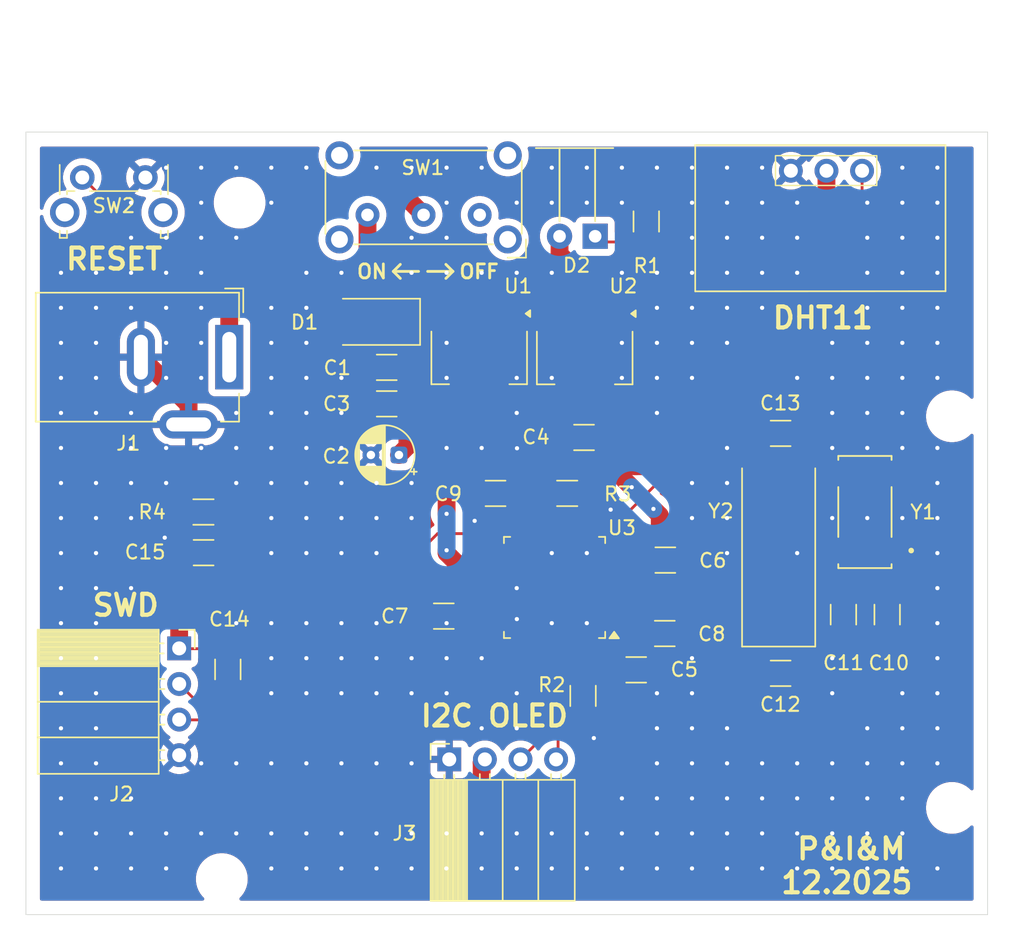
<source format=kicad_pcb>
(kicad_pcb (version 20241229) (generator "pcbnew") (generator_version "9.0")
  (layers (0 "F.Cu" signal) (2 "B.Cu" signal) (13 "F.Paste" user) (15 "B.Paste" user) (5 "F.SilkS" user "F.Silkscreen") (7 "B.SilkS" user "B.Silkscreen") (1 "F.Mask" user) (3 "B.Mask" user) (25 "Edge.Cuts" user))
  (net 0 "")
  (net 1 "GND")
  (net 2 "Net-(D1-K)")
  (net 3 "/Power/5V")
  (net 4 "/Microcontroller with OLED and DHT11/3.3V")
  (net 5 "/Microcontroller with OLED and DHT11/PC14")
  (net 6 "/Microcontroller with OLED and DHT11/PC15")
  (net 7 "/Microcontroller with OLED and DHT11/OSC_IN")
  (net 8 "/Microcontroller with OLED and DHT11/OSC_OUT")
  (net 9 "/Microcontroller with OLED and DHT11/NRST")
  (net 10 "Net-(D1-A)")
  (net 11 "Net-(D2-K)")
  (net 12 "/Power/V_IN")
  (net 13 "/Microcontroller with OLED and DHT11/SWDIO")
  (net 14 "/Microcontroller with OLED and DHT11/SWDCLK")
  (net 15 "/Microcontroller with OLED and DHT11/SDA")
  (net 45 "/Microcontroller with OLED and DHT11/SCL")
  (net 46 "/Microcontroller with OLED and DHT11/DHT11_DATA")
  (net 47 "/Microcontroller with OLED and DHT11/BOOT0")
  (net 48 "/Microcontroller with OLED and DHT11/BOOT1")
  (footprint "Package_QFP:LQFP-48_7x7mm_P0.5mm" (layer "F.Cu") (at 67.7 72.4525 180)
    (property "Reference" "U3")
    (property "Value" "STM32F103C8T6")
  )
  (footprint "Connector_PinSocket_2.54mm:PinSocket_1x04_P2.54mm_Horizontal" (layer "F.Cu") (at 40.93 76.8)
    (property "Reference" "J2")
    (property "Value" "SWD sockets")
  )
  (footprint "Capacitor_SMD:C_1206_3216Metric" (layer "F.Cu") (at 69.8 61.75 180)
    (property "Reference" "C4")
    (property "Value" "100nF")
  )
  (footprint "Capacitor_SMD:C_1206_3216Metric" (layer "F.Cu") (at 91.42 74.39 -90)
    (property "Reference" "C10")
    (property "Value" "20pF")
  )
  (footprint "Package_TO_SOT_SMD:SOT-223-3_TabPin2" (layer "F.Cu") (at 62.325 56.0425 -90)
    (property "Reference" "U1")
    (property "Value" "AMS1117-5.0")
  )
  (footprint "Package_TO_SOT_SMD:SOT-223-3_TabPin2" (layer "F.Cu") (at 69.85 56.05 -90)
    (property "Reference" "U2")
    (property "Value" "AMS1117-3.3")
  )
  (footprint "MountingHole:MountingHole_3.2mm_M3" (layer "F.Cu") (at 45.24 45)
    (property "Reference" "H1" (hide yes))
    (property "Value" "MountingHole")
  )
  (footprint "MountingHole:MountingHole_3.2mm_M3" (layer "F.Cu") (at 43.97 93.26)
    (property "Reference" "H4" (hide yes))
    (property "Value" "MountingHole")
  )
  (footprint "Connector_PinSocket_2.54mm:PinSocket_1x04_P2.54mm_Horizontal" (layer "F.Cu") (at 60.19 84.72 90)
    (property "Reference" "J3")
    (property "Value" "SSD1306 OLED sockets")
  )
  (footprint "Capacitor_SMD:C_1206_3216Metric" (layer "F.Cu") (at 42.67 69.97 180)
    (property "Reference" "C15")
    (property "Value" "100nF")
  )
  (footprint "Resistor_SMD:R_1206_3216Metric" (layer "F.Cu") (at 74.24 46.34 90)
    (property "Reference" "R1")
    (property "Value" "470")
  )
  (footprint "DHT11 sensor:DHT11" (layer "F.Cu") (at 80.68 44.77 -90)
    (property "Reference" "J4" (hide yes))
    (property "Value" "DHT11 sockets" (hide yes))
  )
  (footprint "Capacitor_THT:CP_Radial_D4.0mm_P2.00mm" (layer "F.Cu") (at 56.6026 63 180)
    (property "Reference" "C2")
    (property "Value" "100uF")
  )
  (footprint "Resistor_SMD:R_1206_3216Metric" (layer "F.Cu") (at 68.6 65.74)
    (property "Reference" "R3")
    (property "Value" "100k")
  )
  (footprint "Capacitor_SMD:C_1206_3216Metric" (layer "F.Cu") (at 59.8 74.5 180)
    (property "Reference" "C7")
    (property "Value" "100nF")
  )
  (footprint "Resistor_SMD:R_1206_3216Metric" (layer "F.Cu") (at 69.73 80.19 -90)
    (property "Reference" "R2")
    (property "Value" "100k")
  )
  (footprint "Resistor_SMD:R_1206_3216Metric" (layer "F.Cu") (at 42.66 67.07)
    (property "Reference" "R4")
    (property "Value" "10k")
  )
  (footprint "Capacitor_SMD:C_1206_3216Metric" (layer "F.Cu") (at 83.82 61.46 180)
    (property "Reference" "C13")
    (property "Value" "20pF")
  )
  (footprint "Connector_BarrelJack:BarrelJack_GCT_DCJ200-10-A_Horizontal" (layer "F.Cu") (at 44.5 56.02 -90)
    (property "Reference" "J1")
    (property "Value" "DC adapter input")
  )
  (footprint "Blue Pill 32.768kHz 4 pin oscillator:XTAL_MC-306_32.7680K-G0_ROHS" (layer "F.Cu") (at 89.8325 67.07 180)
    (property "Reference" "Y1")
    (property "Value" "32.768kHz")
  )
  (footprint "Capacitor_SMD:C_1206_3216Metric" (layer "F.Cu") (at 55.73 59.35 180)
    (property "Reference" "C3")
    (property "Value" "100nF")
  )
  (footprint "Capacitor_SMD:C_1206_3216Metric" (layer "F.Cu") (at 75.6 70.5)
    (property "Reference" "C6")
    (property "Value" "100nF")
  )
  (footprint "Capacitor_SMD:C_1206_3216Metric" (layer "F.Cu") (at 55.73 56.75 180)
    (property "Reference" "C1")
    (property "Value" "100nF")
  )
  (footprint "Diode_SMD:D_SMA" (layer "F.Cu") (at 54.6 53.5 180)
    (property "Reference" "D1")
    (property "Value" "1N4007")
  )
  (footprint "MountingHole:MountingHole_3.2mm_M3" (layer "F.Cu") (at 96.04 88.18)
    (property "Reference" "H3" (hide yes))
    (property "Value" "MountingHole")
  )
  (footprint "Capacitor_SMD:C_1206_3216Metric" (layer "F.Cu") (at 83.82 78.58 180)
    (property "Reference" "C12")
    (property "Value" "20pF")
  )
  (footprint "Capacitor_SMD:C_1206_3216Metric" (layer "F.Cu") (at 75.56 75.74)
    (property "Reference" "C8")
    (property "Value" "100nF")
  )
  (footprint "Capacitor_SMD:C_1206_3216Metric" (layer "F.Cu") (at 63.49 65.7425 180)
    (property "Reference" "C9")
    (property "Value" "100nF")
  )
  (footprint "Crystal:Crystal_SMD_HC49-SD" (layer "F.Cu") (at 83.68 69.91 90)
    (property "Reference" "Y2")
    (property "Value" "8MHz")
  )
  (footprint "Capacitor_SMD:C_1206_3216Metric" (layer "F.Cu") (at 73.52 78.33)
    (property "Reference" "C5")
    (property "Value" "100nF")
  )
  (footprint "Button_Switch_THT:SW_E-Switch_EG1224_SPDT_Angled" (layer "F.Cu") (at 62.36 45.87 180)
    (property "Reference" "SW1")
    (property "Value" "Power ON switch")
  )
  (footprint "LED_THT:LED_D5.0mm_Horizontal_O6.35mm_Z3.0mm" (layer "F.Cu") (at 70.595 47.395 180)
    (property "Reference" "D2")
    (property "Value" "LED")
  )
  (footprint "Button_Switch_THT:SW_Tactile_SPST_Angled_PTS645Vx83-2LFS" (layer "F.Cu") (at 34.02 43.2)
    (property "Reference" "SW2")
    (property "Value" "Reset switch" (hide yes))
  )
  (footprint "Capacitor_SMD:C_1206_3216Metric" (layer "F.Cu") (at 88.3 74.39 -90)
    (property "Reference" "C11")
    (property "Value" "20pF")
  )
  (footprint "Capacitor_SMD:C_1206_3216Metric" (layer "F.Cu") (at 44.4 78.3 -90)
    (property "Reference" "C14")
    (property "Value" "100nF")
  )
  (footprint "MountingHole:MountingHole_3.2mm_M3" (layer "F.Cu") (at 96.04 60.24)
    (property "Reference" "H2" (hide yes))
    (property "Value" "MountingHole")
  )
  (gr_line (start 56.2 49.9) (end 56.7 50.4) (stroke (width 0.2)) (layer "F.SilkS"))
  (gr_line (start 56.2 49.9) (end 56.7 49.4) (stroke (width 0.1)) (layer "F.SilkS"))
  (gr_line (start 58 49.9) (end 56.2 49.9) (stroke (width 0.2)) (layer "F.SilkS"))
  (gr_line (start 59.95 49.4) (end 60.45 49.9) (stroke (width 0.2)) (layer "F.SilkS"))
  (gr_line (start 58.65 49.9) (end 60.45 49.9) (stroke (width 0.2)) (layer "F.SilkS"))
  (gr_line (start 56.7 49.4) (end 56.2 49.9) (stroke (width 0.2)) (layer "F.SilkS"))
  (gr_line (start 60.45 49.9) (end 59.95 50.4) (stroke (width 0.2)) (layer "F.SilkS"))
  (gr_line (start 98.58 95.8) (end 98.58 39.96) (stroke (width 0.05)) (layer "Edge.Cuts"))
  (gr_line (start 30 95.8) (end 30 39.96) (stroke (width 0.05)) (layer "Edge.Cuts"))
  (gr_line (start 30 95.8) (end 98.58 95.8) (stroke (width 0.05)) (layer "Edge.Cuts"))
  (gr_line (start 30 39.96) (end 98.58 39.96) (stroke (width 0.05)) (layer "Edge.Cuts"))
  (gr_text "OFF" (at 60.8 50.5 0) (layer "F.SilkS") (effects (font (size 1 1) (thickness 0.2) (bold yes)) (justify left bottom)))
  (gr_text "I2C OLED\n" (at 58 82.5 0) (layer "F.SilkS") (effects (font (size 1.5 1.5) (thickness 0.3) (bold yes)) (justify left bottom)))
  (gr_text "RESET" (at 32.7 49.9 0) (layer "F.SilkS") (effects (font (size 1.5 1.5) (thickness 0.3) (bold yes)) (justify left bottom)))
  (gr_text "SWD\n" (at 34.6 74.6 0) (layer "F.SilkS") (effects (font (size 1.5 1.5) (thickness 0.3)) (justify left bottom)))
  (gr_text " P&I&M\n12.2025" (at 83.7 94.4 0) (layer "F.SilkS") (effects (font (size 1.5 1.5) (thickness 0.3)) (justify left bottom)))
  (gr_text "ON\n" (at 53.5 50.5 0) (layer "F.SilkS") (effects (font (size 1 1) (thickness 0.2) (bold yes)) (justify left bottom)))
  (segment (start 67.5 70) (end 66.1 70) (width 0.2) (layer "F.Cu") (net 1))
  (segment (start 40.97 69.97) (end 39.9 68.9) (width 0.2) (layer "F.Cu") (net 1))
  (segment (start 63.5375 74.7025) (end 65.0025 74.7025) (width 0.2) (layer "F.Cu") (net 1))
  (segment (start 41.195 69.97) (end 40.97 69.97) (width 0.2) (layer "F.Cu") (net 1))
  (segment (start 62.015 65.7425) (end 62.015 67.685) (width 0.2) (layer "F.Cu") (net 1))
  (segment (start 70 70.9) (end 70.8025 71.7025) (width 0.2) (layer "F.Cu") (net 1))
  (segment (start 66.1 70) (end 65.45 69.35) (width 0.2) (layer "F.Cu") (net 1))
  (segment (start 41.6 59.42) (end 40.485 58.305) (width 1.27) (layer "F.Cu") (net 1))
  (segment (start 69.95 75.05) (end 70 75) (width 0.2) (layer "F.Cu") (net 1))
  (segment (start 70.0625 65.74) (end 70.64 65.74) (width 0.2) (layer "F.Cu") (net 1))
  (segment (start 41.6 60.82) (end 41.6 59.42) (width 1.27) (layer "F.Cu") (net 1))
  (segment (start 40.485 58.305) (end 38.2 56.02) (width 1.27) (layer "F.Cu") (net 1))
  (segment (start 72.005 52.395) (end 72.005 52.7825) (width 0.2) (layer "F.Cu") (net 1))
  (segment (start 70.5 83.2) (end 69.73 82.43) (width 0.2) (layer "F.Cu") (net 1))
  (segment (start 69.95 76.615) (end 69.95 75.05) (width 0.2) (layer "F.Cu") (net 1))
  (segment (start 70.64 65.74) (end 71.7 66.8) (width 0.2) (layer "F.Cu") (net 1))
  (segment (start 70.8025 71.7025) (end 71.8625 71.7025) (width 0.2) (layer "F.Cu") (net 1))
  (segment (start 71.7 66.8) (end 71.7 66.9) (width 0.2) (layer "F.Cu") (net 1))
  (segment (start 65.45 69.35) (end 65.45 68.29) (width 0.2) (layer "F.Cu") (net 1))
  (segment (start 41.1975 69.9675) (end 41.195 69.97) (width 0.2) (layer "F.Cu") (net 1))
  (segment (start 70 70) (end 70 70.9) (width 0.2) (layer "F.Cu") (net 1))
  (segment (start 69.73 82.43) (end 69.73 81.6525) (width 0.2) (layer "F.Cu") (net 1))
  (segment (start 62.015 67.685) (end 62 67.7) (width 0.2) (layer "F.Cu") (net 1))
  (segment (start 65.0025 74.7025) (end 65.01 74.71) (width 0.2) (layer "F.Cu") (net 1))
  (segment (start 72.005 52.369886) (end 72.005 52.7825) (width 1.27) (layer "F.Cu") (net 1))
  (via (at 37.5 50) (size 0.6) (drill 0.3) (layers "F.Cu" "B.Cu") (net 1))
  (via (at 47.5 52.5) (size 0.6) (drill 0.3) (layers "F.Cu" "B.Cu") (net 1))
  (via (at 57.5 67.5) (size 0.6) (drill 0.3) (layers "F.Cu" "B.Cu") (net 1))
  (via (at 77.5 67.5) (size 0.6) (drill 0.3) (layers "F.Cu" "B.Cu") (net 1))
  (via (at 32.5 75) (size 0.6) (drill 0.3) (layers "F.Cu" "B.Cu") (net 1))
  (via (at 39.9 68.9) (size 0.6) (drill 0.3) (layers "F.Cu" "B.Cu") (net 1))
  (via (at 70 45) (size 0.6) (drill 0.3) (layers "F.Cu" "B.Cu") (net 1))
  (via (at 55 85) (size 0.6) (drill 0.3) (layers "F.Cu" "B.Cu") (net 1))
  (via (at 57.5 85) (size 0.6) (drill 0.3) (layers "F.Cu" "B.Cu") (net 1))
  (via (at 90 90) (size 0.6) (drill 0.3) (layers "F.Cu" "B.Cu") (net 1))
  (via (at 35 57.5) (size 0.6) (drill 0.3) (layers "F.Cu" "B.Cu") (net 1))
  (via (at 50 80) (size 0.6) (drill 0.3) (layers "F.Cu" "B.Cu") (net 1))
  (via (at 55 67.5) (size 0.6) (drill 0.3) (layers "F.Cu" "B.Cu") (net 1))
  (via (at 55 77.5) (size 0.6) (drill 0.3) (layers "F.Cu" "B.Cu") (net 1))
  (via (at 77.5 57.5) (size 0.6) (drill 0.3) (layers "F.Cu" "B.Cu") (net 1))
  (via (at 82.5 90) (size 0.6) (drill 0.3) (layers "F.Cu" "B.Cu") (net 1))
  (via (at 65 45) (size 0.6) (drill 0.3) (layers "F.Cu" "B.Cu") (net 1))
  (via (at 32.5 65) (size 0.6) (drill 0.3) (layers "F.Cu" "B.Cu") (net 1))
  (via (at 90 87.5) (size 0.6) (drill 0.3) (layers "F.Cu" "B.Cu") (net 1))
  (via (at 85 85) (size 0.6) (drill 0.3) (layers "F.Cu" "B.Cu") (net 1))
  (via (at 77.5 82.5) (size 0.6) (drill 0.3) (layers "F.Cu" "B.Cu") (net 1))
  (via (at 42.5 57.5) (size 0.6) (drill 0.3) (layers "F.Cu" "B.Cu") (net 1))
  (via (at 42.5 47.5) (size 0.6) (drill 0.3) (layers "F.Cu" "B.Cu") (net 1))
  (via (at 55 42.5) (size 0.6) (drill 0.3) (layers "F.Cu" "B.Cu") (net 1))
  (via (at 37.5 72.5) (size 0.6) (drill 0.3) (layers "F.Cu" "B.Cu") (net 1))
  (via (at 62.5 42.5) (size 0.6) (drill 0.3) (layers "F.Cu" "B.Cu") (net 1))
  (via (at 85 50) (size 0.6) (drill 0.3) (layers "F.Cu" "B.Cu") (net 1))
  (via (at 47.5 60) (size 0.6) (drill 0.3) (layers "F.Cu" "B.Cu") (net 1))
  (via (at 92.5 90) (size 0.6) (drill 0.3) (layers "F.Cu" "B.Cu") (net 1))
  (via (at 65 82.5) (size 0.6) (drill 0.3) (layers "F.Cu" "B.Cu") (net 1))
  (via (at 92.5 57.5) (size 0.6) (drill 0.3) (layers "F.Cu" "B.Cu") (net 1))
  (via (at 47.5 75) (size 0.6) (drill 0.3) (layers "F.Cu" "B.Cu") (net 1))
  (via (at 35 60) (size 0.6) (drill 0.3) (layers "F.Cu" "B.Cu") (net 1))
  (via (at 71.7 66.9) (size 0.6) (drill 0.3) (layers "F.Cu" "B.Cu") (net 1))
  (via (at 80 67.5) (size 0.6) (drill 0.3) (layers "F.Cu" "B.Cu") (net 1))
  (via (at 47.5 42.5) (size 0.6) (drill 0.3) (layers "F.Cu" "B.Cu") (net 1))
  (via (at 92.5 67.5) (size 0.6) (drill 0.3) (layers "F.Cu" "B.Cu") (net 1))
  (via (at 59.984796 92.5) (size 0.6) (drill 0.3) (layers "F.Cu" "B.Cu") (net 1))
  (via (at 95 72.5) (size 0.6) (drill 0.3) (layers "F.Cu" "B.Cu") (net 1))
  (via (at 57.5 77.5) (size 0.6) (drill 0.3) (layers "F.Cu" "B.Cu") (net 1))
  (via (at 42.5 90) (size 0.6) (drill 0.3) (layers "F.Cu" "B.Cu") (net 1))
  (via (at 32.5 52.5) (size 0.6) (drill 0.3) (layers "F.Cu" "B.Cu") (net 1))
  (via (at 65 92.5) (size 0.6) (drill 0.3) (layers "F.Cu" "B.Cu") (net 1))
  (via (at 52.5 85) (size 0.6) (drill 0.3) (layers "F.Cu" "B.Cu") (net 1))
  (via (at 75 82.5) (size 0.6) (drill 0.3) (layers "F.Cu" "B.Cu") (net 1))
  (via (at 92.5 82.5) (size 0.6) (drill 0.3) (layers "F.Cu" "B.Cu") (net 1))
  (via (at 92.5 85) (size 0.6) (drill 0.3) (layers "F.Cu" "B.Cu") (net 1))
  (via (at 77.5 52.5) (size 0.6) (drill 0.3) (layers "F.Cu" "B.Cu") (net 1))
  (via (at 57.5 80) (size 0.6) (drill 0.3) (layers "F.Cu" "B.Cu") (net 1))
  (via (at 35 80) (size 0.6) (drill 0.3) (layers "F.Cu" "B.Cu") (net 1))
  (via (at 37.5 67.5) (size 0.6) (drill 0.3) (layers "F.Cu" "B.Cu") (net 1))
  (via (at 47.5 57.5) (size 0.6) (drill 0.3) (layers "F.Cu" "B.Cu") (net 1))
  (via (at 60 77.5) (size 0.6) (drill 0.3) (layers "F.Cu" "B.Cu") (net 1))
  (via (at 47.5 65) (size 0.6) (drill 0.3) (layers "F.Cu" "B.Cu") (net 1))
  (via (at 37.5 45) (size 0.6) (drill 0.3) (layers "F.Cu" "B.Cu") (net 1))
  (via (at 90 82.5) (size 0.6) (drill 0.3) (layers "F.Cu" "B.Cu") (net 1))
  (via (at 95 55) (size 0.6) (drill 0.3) (layers "F.Cu" "B.Cu") (net 1))
  (via (at 72.5 55) (size 0.6) (drill 0.3) (layers "F.Cu" "B.Cu") (net 1))
  (via (at 45 62.5) (size 0.6) (drill 0.3) (layers "F.Cu" "B.Cu") (net 1))
  (via (at 60 57.5) (size 0.6) (drill 0.3) (layers "F.Cu" "B.Cu") (net 1))
  (via (at 57.5 47.5) (size 0.6) (drill 0.3) (layers "F.Cu" "B.Cu") (net 1))
  (via (at 82.5 52.5) (size 0.6) (drill 0.3) (layers "F.Cu" "B.Cu") (net 1))
  (via (at 90 57.5) (size 0.6) (drill 0.3) (layers "F.Cu" "B.Cu") (net 1))
  (via (at 80 65) (size 0.6) (drill 0.3) (layers "F.Cu" "B.Cu") (net 1))
  (via (at 40 42.5) (size 0.6) (drill 0.3) (layers "F.Cu" "B.Cu") (net 1))
  (via (at 90 85) (size 0.6) (drill 0.3) (layers "F.Cu" "B.Cu") (net 1))
  (via (at 50 85) (size 0.6) (drill 0.3) (layers "F.Cu" "B.Cu") (net 1))
  (via (at 45 65) (size 0.6) (drill 0.3) (layers "F.Cu" "B.Cu") (net 1))
  (via (at 47.5 80) (size 0.6) (drill 0.3) (layers "F.Cu" "B.Cu") (net 1))
  (via (at 75 80) (size 0.6) (drill 0.3) (layers "F.Cu" "B.Cu") (net 1))
  (via (at 52.5 67.5) (size 0.6) (drill 0.3) (layers "F.Cu" "B.Cu") (net 1))
  (via (at 87.5 77.5) (size 0.6) (drill 0.3) (layers "F.Cu" "B.Cu") (net 1))
  (via (at 95 42.5) (size 0.6) (drill 0.3) (layers "F.Cu" "B.Cu") (net 1))
  (via (at 42.5 52.5) (size 0.6) (drill 0.3) (layers "F.Cu" "B.Cu") (net 1))
  (via (at 57.5 50) (size 0.6) (drill 0.3) (layers "F.Cu" "B.Cu") (net 1))
  (via (at 80 85) (size 0.6) (drill 0.3) (layers "F.Cu" "B.Cu") (net 1))
  (via (at 90 62.5) (size 0.6) (drill 0.3) (layers "F.Cu" "B.Cu") (net 1))
  (via (at 80 55) (size 0.6) (drill 0.3) (layers "F.Cu" "B.Cu") (net 1))
  (via (at 90 67.5) (size 0.6) (drill 0.3) (layers "F.Cu" "B.Cu") (net 1))
  (via (at 50 90) (size 0.6) (drill 0.3) (layers "F.Cu" "B.Cu") (net 1))
  (via (at 60 80) (size 0.6) (drill 0.3) (layers "F.Cu" "B.Cu") (net 1))
  (via (at 40 92.5) (size 0.6) (drill 0.3) (layers "F.Cu" "B.Cu") (net 1))
  (via (at 80 90) (size 0.6) (drill 0.3) (layers "F.Cu" "B.Cu") (net 1))
  (via (at 95 50) (size 0.6) (drill 0.3) (layers "F.Cu" "B.Cu") (net 1))
  (via (at 50 92.5) (size 0.6) (drill 0.3) (layers "F.Cu" "B.Cu") (net 1))
  (via (at 50 75) (size 0.6) (drill 0.3) (layers "F.Cu" "B.Cu") (net 1))
  (via (at 82.5 45) (size 0.6) (drill 0.3) (layers "F.Cu" "B.Cu") (net 1))
  (via (at 32.5 80) (size 0.6) (drill 0.3) (layers "F.Cu" "B.Cu") (net 1))
  (via (at 82.5 47.5) (size 0.6) (drill 0.3) (layers "F.Cu" "B.Cu") (net 1))
  (via (at 50 55) (size 0.6) (drill 0.3) (layers "F.Cu" "B.Cu") (net 1))
  (via (at 92.5 50) (size 0.6) (drill 0.3) (layers "F.Cu" "B.Cu") (net 1))
  (via (at 95 92.5) (size 0.6) (drill 0.3) (layers "F.Cu" "B.Cu") (net 1))
  (via (at 57.5 42.5) (size 0.6) (drill 0.3) (layers "F.Cu" "B.Cu") (net 1))
  (via (at 92.5 52.5) (size 0.6) (drill 0.3) (layers "F.Cu" "B.Cu") (net 1))
  (via (at 75 87.5) (size 0.6) (drill 0.3) (layers "F.Cu" "B.Cu") (net 1))
  (via (at 82.5 87.5) (size 0.6) (drill 0.3) (layers "F.Cu" "B.Cu") (net 1))
  (via (at 50 60) (size 0.6) (drill 0.3) (layers "F.Cu" "B.Cu") (net 1))
  (via (at 60 47.5) (size 0.6) (drill 0.3) (layers "F.Cu" "B.Cu") (net 1))
  (via (at 65.01 74.71) (size 0.6) (drill 0.3) (layers "F.Cu" "B.Cu") (net 1))
  (via (at 95 85) (size 0.6) (drill 0.3) (layers "F.Cu" "B.Cu") (net 1))
  (via (at 65.021054 62.521054) (size 0.6) (drill 0.3) (layers "F.Cu" "B.Cu") (net 1))
  (via (at 35 77.5) (size 0.6) (drill 0.3) (layers "F.Cu" "B.Cu") (net 1))
  (via (at 87.5 55) (size 0.6) (drill 0.3) (layers "F.Cu" "B.Cu") (net 1))
  (via (at 90 52.5) (size 0.6) (drill 0.3) (layers "F.Cu" "B.Cu") (net 1))
  (via (at 62.5 82.5) (size 0.6) (drill 0.3) (layers "F.Cu" "B.Cu") (net 1))
  (via (at 90 60) (size 0.6) (drill 0.3) (layers "F.Cu" "B.Cu") (net 1))
  (via (at 52.5 62.5) (size 0.6) (drill 0.3) (layers "F.Cu" "B.Cu") (net 1))
  (via (at 70 70) (size 0.6) (drill 0.3) (layers "F.Cu" "B.Cu") (net 1))
  (via (at 50 50) (size 0.6) (drill 0.3) (layers "F.Cu" "B.Cu") (net 1))
  (via (at 77.5 42.5) (size 0.6) (drill 0.3) (layers "F.Cu" "B.Cu") (net 1))
  (via (at 45 85) (size 0.6) (drill 0.3) (layers "F.Cu" "B.Cu") (net 1))
  (via (at 40 57.5) (size 0.6) (drill 0.3) (layers "F.Cu" "B.Cu") (net 1))
  (via (at 80 47.5) (size 0.6) (drill 0.3) (layers "F.Cu" "B.Cu") (net 1))
  (via (at 82.5 92.5) (size 0.6) (drill 0.3) (layers "F.Cu" "B.Cu") (net 1))
  (via (at 32.5 55) (size 0.6) (drill 0.3) (layers "F.Cu" "B.Cu") (net 1))
  (via (at 92.5 55) (size 0.6) (drill 0.3) (layers "F.Cu" "B.Cu") (net 1))
  (via (at 32.5 57.5) (size 0.6) (drill 0.3) (layers "F.Cu" "B.Cu") (net 1))
  (via (at 60 62.5) (size 0.6) (drill 0.3) (layers "F.Cu" "B.Cu") (net 1))
  (via (at 35 82.5) (size 0.6) (drill 0.3) (layers "F.Cu" "B.Cu") (net 1))
  (via (at 47.5 85) (size 0.6) (drill 0.3) (layers "F.Cu" "B.Cu") (net 1))
  (via (at 60 75) (size 0.6) (drill 0.3) (layers "F.Cu" "B.Cu") (net 1))
  (via (at 72.5 42.5) (size 0.6) (drill 0.3) (layers "F.Cu" "B.Cu") (net 1))
  (via (at 95 57.5) (size 0.6) (drill 0.3) (layers "F.Cu" "B.Cu") (net 1))
  (via (at 65 72.5) (size 0.6) (drill 0.3) (layers "F.Cu" "B.Cu") (net 1))
  (via (at 55 90) (size 0.6) (drill 0.3) (layers "F.Cu" "B.Cu") (net 1))
  (via (at 50 70) (size 0.6) (drill 0.3) (layers "F.Cu" "B.Cu") (net 1))
  (via (at 77.5 47.5) (size 0.6) (drill 0.3) (layers "F.Cu" "B.Cu") (net 1))
  (via (at 57.5 90) (size 0.6) (drill 0.3) (layers "F.Cu" "B.Cu") (net 1))
  (via (at 82.5 42.5) (size 0.6) (drill 0.3) (layers "F.Cu" "B.Cu") (net 1))
  (via (at 95 47.5) (size 0.6) (drill 0.3) (layers "F.Cu" "B.Cu") (net 1))
  (via (at 72.5 92.5) (size 0.6) (drill 0.3) (layers "F.Cu" "B.Cu") (net 1))
  (via (at 62.5 62.5) (size 0.6) (drill 0.3) (layers "F.Cu" "B.Cu") (net 1))
  (via (at 70 75) (size 0.6) (drill 0.3) (layers "F.Cu" "B.Cu") (net 1))
  (via (at 47.5 55) (size 0.6) (drill 0.3) (layers "F.Cu" "B.Cu") (net 1))
  (via (at 95 77.5) (size 0.6) (drill 0.3) (layers "F.Cu" "B.Cu") (net 1))
  (via (at 67.5 45) (size 0.6) (drill 0.3) (layers "F.Cu" "B.Cu") (net 1))
  (via (at 65 57.5) (size 0.6) (drill 0.3) (layers "F.Cu" "B.Cu") (net 1))
  (via (at 62 67.7) (size 0.6) (drill 0.3) (layers "F.Cu" "B.Cu") (net 1))
  (via (at 60 45) (size 0.6) (drill 0.3) (layers "F.Cu" "B.Cu") (net 1))
  (via (at 47.5 77.5) (size 0.6) (drill 0.3) (layers "F.Cu" "B.Cu") (net 1))
  (via (at 50 52.5) (size 0.6) (drill 0.3) (layers "F.Cu" "B.Cu") (net 1))
  (via (at 87.5 57.5) (size 0.6) (drill 0.3) (layers "F.Cu" "B.Cu") (net 1))
  (via (at 40 90) (size 0.6) (drill 0.3) (layers "F.Cu" "B.Cu") (net 1))
  (via (at 32.5 92.5) (size 0.6) (drill 0.3) (layers "F.Cu" "B.Cu") (net 1))
  (via (at 47.5 45) (size 0.6) (drill 0.3) (layers "F.Cu" "B.Cu") (net 1))
  (via (at 50 65) (size 0.6) (drill 0.3) (layers "F.Cu" "B.Cu") (net 1))
  (via (at 77.5 87.5) (size 0.6) (drill 0.3) (layers "F.Cu" "B.Cu") (net 1))
  (via (at 82.5 85) (size 0.6) (drill 0.3) (layers "F.Cu" "B.Cu") (net 1))
  (via (at 32.5 85) (size 0.6) (drill 0.3) (layers "F.Cu" "B.Cu") (net 1))
  (via (at 57.5 92.5) (size 0.6) (drill 0.3) (layers "F.Cu" "B.Cu") (net 1))
  (via (at 95 65) (size 0.6) (drill 0.3) (layers "F.Cu" "B.Cu") (net 1))
  (via (at 95 62.5) (size 0.6) (drill 0.3) (layers "F.Cu" "B.Cu") (net 1))
  (via (at 90 50) (size 0.6) (drill 0.3) (layers "F.Cu" "B.Cu") (net 1))
  (via (at 77.5 85) (size 0.6) (drill 0.3) (layers "F.Cu" "B.Cu") (net 1))
  (via (at 75 90) (size 0.6) (drill 0.3) (layers "F.Cu" "B.Cu") (net 1))
  (via (at 62.5 90) (size 0.6) (drill 0.3) (layers "F.Cu" "B.Cu") (net 1))
  (via (at 62.5 77.5) (size 0.6) (drill 0.3) (layers "F.Cu" "B.Cu") (net 1))
  (via (at 47.5 67.5) (size 0.6) (drill 0.3) (layers "F.Cu" "B.Cu") (net 1))
  (via (at 77.5 92.5) (size 0.6) (drill 0.3) (layers "F.Cu" "B.Cu") (net 1))
  (via (at 75 57.5) (size 0.6) (drill 0.3) (layers "F.Cu" "B.Cu") (net 1))
  (via (at 72.5 57.5) (size 0.6) (drill 0.3) (layers "F.Cu" "B.Cu") (net 1))
  (via (at 32.5 87.5) (size 0.6) (drill 0.3) (layers "F.Cu" "B.Cu") (net 1))
  (via (at 85 92.5) (size 0.6) (drill 0.3) (layers "F.Cu" "B.Cu") (net 1))
  (via (at 40 47.5) (size 0.6) (drill 0.3) (layers "F.Cu" "B.Cu") (net 1))
  (via (at 37.5 60) (size 0.6) (drill 0.3) (layers "F.Cu" "B.Cu") (net 1))
  (via (at 92.5 60) (size 0.6) (drill 0.3) (layers "F.Cu" "B.Cu") (net 1))
  (via (at 47.5 92.5) (size 0.6) (drill 0.3) (layers "F.Cu" "B.Cu") (net 1))
  (via (at 37.5 90) (size 0.6) (drill 0.3) (layers "F.Cu" "B.Cu") (net 1))
  (via (at 95 82.5) (size 0.6) (drill 0.3) (layers "F.Cu" "B.Cu") (net 1))
  (via (at 65 80) (size 0.6) (drill 0.3) (layers "F.Cu" "B.Cu") (net 1))
  (via (at 35 85) (size 0.6) (drill 0.3) (layers "F.Cu" "B.Cu") (net 1))
  (via (at 35 75) (size 0.6) (drill 0.3) (layers "F.Cu" "B.Cu") (net 1))
  (via (at 67.5 42.5) (size 0.6) (drill 0.3) (layers "F.Cu" "B.Cu") (net 1))
  (via (at 40 65) (size 0.6) (drill 0.3) (layers "F.Cu" "B.Cu") (net 1))
  (via (at 40 52.5) (size 0.6) (drill 0.3) (layers "F.Cu" "B.Cu") (net 1))
  (via (at 52.5 70) (size 0.6) (drill 0.3) (layers "F.Cu" "B.Cu") (net 1))
  (via (at 32.5 82.5) (size 0.6) (drill 0.3) (layers "F.Cu" "B.Cu") (net 1))
  (via (at 80 82.5) (size 0.6) (drill 0.3) (layers "F.Cu" "B.Cu") (net 1))
  (via (at 45 42.5) (size 0.6) (drill 0.3) (layers "F.Cu" "B.Cu") (net 1))
  (via (at 60 42.5) (size 0.6) (drill 0.3) (layers "F.Cu" "B.Cu") (net 1))
  (via (at 90 55) (size 0.6) (drill 0.3) (layers "F.Cu" "B.Cu") (net 1))
  (via (at 45 60) (size 0.6) (drill 0.3) (layers "F.Cu" "B.Cu") (net 1))
  (via (at 50 57.5) (size 0.6) (drill 0.3) (layers "F.Cu" "B.Cu") (net 1))
  (via (at 85 57.5) (size 0.6) (drill 0.3) (layers "F.Cu" "B.Cu") (net 1))
  (via (at 92.5 92.5) (size 0.6) (drill 0.3) (layers "F.Cu" "B.Cu") (net 1))
  (via (at 55 65) (size 0.6) (drill 0.3) (layers "F.Cu" "B.Cu") (net 1))
  (via (at 62.5 50) (size 0.6) (drill 0.3) (layers "F.Cu" "B.Cu") (net 1))
  (via (at 42.5 45) (size 0.6) (drill 0.3) (layers "F.Cu" "B.Cu") (net 1))
  (via (at 52.5 50) (size 0.6) (drill 0.3) (layers "F.Cu" "B.Cu") (net 1))
  (via (at 75 92.5) (size 0.6) (drill 0.3) (layers "F.Cu" "B.Cu") (net 1))
  (via (at 55 70) (size 0.6) (drill 0.3) (layers "F.Cu" "B.Cu") (net 1))
  (via (at 77.5 45) (size 0.6) (drill 0.3) (layers "F.Cu" "B.Cu") (net 1))
  (via (at 67.5 50) (size 0.6) (drill 0.3) (layers "F.Cu" "B.Cu") (net 1))
  (via (at 77.5 65) (size 0.6) (drill 0.3) (layers "F.Cu" "B.Cu") (net 1))
  (via (at 55 92.5) (size 0.6) (drill 0.3) (layers "F.Cu" "B.Cu") (net 1))
  (via (at 47.5 90) (size 0.6) (drill 0.3) (layers "F.Cu" "B.Cu") (net 1))
  (via (at 92.5 80) (size 0.6) (drill 0.3) (layers "F.Cu" "B.Cu") (net 1))
  (via (at 50 42.5) (size 0.6) (drill 0.3) (layers "F.Cu" "B.Cu") (net 1))
  (via (at 67.5 92.5) (size 0.6) (drill 0.3) (layers "F.Cu" "B.Cu") (net 1))
  (via (at 42.5 62.5) (size 0.6) (drill 0.3) (layers "F.Cu" "B.Cu") (net 1))
  (via (at 87.5 85) (size 0.6) (drill 0.3) (layers "F.Cu" "B.Cu") (net 1))
  (via (at 70 90) (size 0.6) (drill 0.3) (layers "F.Cu" "B.Cu") (net 1))
  (via (at 92.5 47.5) (size 0.6) (drill 0.3) (layers "F.Cu" "B.Cu") (net 1))
  (via (at 60 50) (size 0.6) (drill 0.3) (layers "F.Cu" "B.Cu") (net 1))
  (via (at 35 87.5) (size 0.6) (drill 0.3) (layers "F.Cu" "B.Cu") (net 1))
  (via (at 55 80) (size 0.6) (drill 0.3) (layers "F.Cu" "B.Cu") (net 1))
  (via (at 80 50) (size 0.6) (drill 0.3) (layers "F.Cu" "B.Cu") (net 1))
  (via (at 70 42.5) (size 0.6) (drill 0.3) (layers "F.Cu" "B.Cu") (net 1))
  (via (at 77.5 90) (size 0.6) (drill 0.3) (layers "F.Cu" "B.Cu") (net 1))
  (via (at 85 47.5) (size 0.6) (drill 0.3) (layers "F.Cu" "B.Cu") (net 1))
  (via (at 32.5 90) (size 0.6) (drill 0.3) (layers "F.Cu" "B.Cu") (net 1))
  (via (at 95 80) (size 0.6) (drill 0.3) (layers "F.Cu" "B.Cu") (net 1))
  (via (at 67.5 90) (size 0.6) (drill 0.3) (layers "F.Cu" "B.Cu") (net 1))
  (via (at 60 90) (size 0.6) (drill 0.3) (layers "F.Cu" "B.Cu") (net 1))
  (via (at 95 45) (size 0.6) (drill 0.3) (layers "F.Cu" "B.Cu") (net 1))
  (via (at 50 62.5) (size 0.6) (drill 0.3) (layers "F.Cu" "B.Cu") (net 1))
  (via (at 42.5 50) (size 0.6) (drill 0.3) (layers "F.Cu" "B.Cu") (net 1))
  (via (at 50 77.5) (size 0.6) (drill 0.3) (layers "F.Cu" "B.Cu") (net 1))
  (via (at 40 50) (size 0.6) (drill 0.3) (layers "F.Cu" "B.Cu") (net 1))
  (via (at 32.5 77.5) (size 0.6) (drill 0.3) (layers "F.Cu" "B.Cu") (net 1))
  (via (at 65 90) (size 0.6) (drill 0.3) (layers "F.Cu" "B.Cu") (net 1))
  (via (at 80 52.5) (size 0.6) (drill 0.3) (layers "F.Cu" "B.Cu") (net 1))
  (via (at 95 75) (size 0.6) (drill 0.3) (layers "F.Cu" "B.Cu") (net 1))
  (via (at 75 42.5) (size 0.6) (drill 0.3) (layers "F.Cu" "B.Cu") (net 1))
  (via (at 87.5 80) (size 0.6) (drill 0.3) (layers "F.Cu" "B.Cu") (net 1))
  (via (at 55 75) (size 0.6) (drill 0.3) (layers "F.Cu" "B.Cu") (net 1))
  (via (at 40 55) (size 0.6) (drill 0.3) (layers "F.Cu" "B.Cu") (net 1))
  (via (at 87.5 87.5) (size 0.6) (drill 0.3) (layers "F.Cu" "B.Cu") (net 1))
  (via (at 87.5 90) (size 0.6) (drill 0.3) (layers "F.Cu" "B.Cu") (net 1))
  (via (at 75 85) (size 0.6) (drill 0.3) (layers "F.Cu" "B.Cu") (net 1))
  (via (at 42.5 85) (size 0.6) (drill 0.3) (layers "F.Cu" "B.Cu") (net 1))
  (via (at 45 75) (size 0.6) (drill 0.3) (layers "F.Cu" "B.Cu") (net 1))
  (via (at 72.5 90) (size 0.6) (drill 0.3) (layers "F.Cu" "B.Cu") (net 1))
  (via (at 87.5 92.5) (size 0.6) (drill 0.3) (layers "F.Cu" "B.Cu") (net 1))
  (via (at 35 55) (size 0.6) (drill 0.3) (layers "F.Cu" "B.Cu") (net 1))
  (via (at 92.5 62.5) (size 0.6) (drill 0.3) (layers "F.Cu" "B.Cu") (net 1))
  (via (at 95 70) (size 0.6) (drill 0.3) (layers "F.Cu" "B.Cu") (net 1))
  (via (at 67.5 70) (size 0.6) (drill 0.3) (layers "F.Cu" "B.Cu") (net 1))
  (via (at 80 42.5) (size 0.6) (drill 0.3) (layers "F.Cu" "B.Cu") (net 1))
  (via (at 80 45) (size 0.6) (drill 0.3) (layers "F.Cu" "B.Cu") (net 1))
  (via (at 32.5 62.5) (size 0.6) (drill 0.3) (layers "F.Cu" "B.Cu") (net 1))
  (via (at 35 67.5) (size 0.6) (drill 0.3) (layers "F.Cu" "B.Cu") (net 1))
  (via (at 80 92.5) (size 0.6) (drill 0.3) (layers "F.Cu" "B.Cu") (net 1))
  (via (at 85 70) (size 0.6) (drill 0.3) (layers "F.Cu" "B.Cu") (net 1))
  (via (at 35 90) (size 0.6) (drill 0.3) (layers "F.Cu" "B.Cu") (net 1))
  (via (at 77.5 77.5) (size 0.6) (drill 0.3) (layers "F.Cu" "B.Cu") (net 1))
  (via (at 75 55) (size 0.6) (drill 0.3) (layers "F.Cu" "B.Cu") (net 1))
  (via (at 72.5 45) (size 0.6) (drill 0.3) (layers "F.Cu" "B.Cu") (net 1))
  (via (at 57.5 65) (size 0.6) (drill 0.3) (layers "F.Cu" "B.Cu") (net 1))
  (via (at 45 90) (size 0.6) (drill 0.3) (layers "F.Cu" "B.Cu") (net 1))
  (via (at 45 47.5) (size 0.6) (drill 0.3) (layers "F.Cu" "B.Cu") (net 1))
  (via (at 92.5 45) (size 0.6) (drill 0.3) (layers "F.Cu" "B.Cu") (net 1))
  (via (at 47.5 70) (size 0.6) (drill 0.3) (layers "F.Cu" "B.Cu") (net 1))
  (via (at 42.5 42.5) (size 0.6) (drill 0.3) (layers "F.Cu" "B.Cu") (net 1))
  (via (at 35 52.5) (size 0.6) (drill 0.3) (layers "F.Cu" "B.Cu") (net 1))
  (via (at 52.5 90) (size 0.6) (drill 0.3) (layers "F.Cu" "B.Cu") (net 1))
  (via (at 42.5 55) (size 0.6) (drill 0.3) (layers "F.Cu" "B.Cu") (net 1))
  (via (at 92.5 42.5) (size 0.6) (drill 0.3) (layers "F.Cu" "B.Cu") (net 1))
  (via (at 72.5 50) (size 0.6) (drill 0.3) (layers "F.Cu" "B.Cu") (net 1))
  (via (at 50 67.5) (size 0.6) (drill 0.3) (layers "F.Cu" "B.Cu") (net 1))
  (via (at 85 90) (size 0.6) (drill 0.3) (layers "F.Cu" "B.Cu") (net 1))
  (via (at 87.5 67.5) (size 0.6) (drill 0.3) (layers "F.Cu" "B.Cu") (net 1))
  (via (at 32.5 72.5) (size 0.6) (drill 0.3) (layers "F.Cu" "B.Cu") (net 1))
  (via (at 75 60) (size 0.6) (drill 0.3) (layers "F.Cu" "B.Cu") (net 1))
  (via (at 37.5 92.5) (size 0.6) (drill 0.3) (layers "F.Cu" "B.Cu") (net 1))
  (via (at 35 50) (size 0.6) (drill 0.3) (layers "F.Cu" "B.Cu") (net 1))
  (via (at 87.5 62.5) (size 0.6) (drill 0.3) (layers "F.Cu" "B.Cu") (net 1))
  (via (at 67.5 75) (size 0.6) (drill 0.3) (layers "F.Cu" "B.Cu") (net 1))
  (via (at 35 72.5) (size 0.6) (drill 0.3) (layers "F.Cu" "B.Cu") (net 1))
  (via (at 92.5 87.5) (size 0.6) (drill 0.3) (layers "F.Cu" "B.Cu") (net 1))
  (via (at 52.5 92.5) (size 0.6) (drill 0.3) (layers "F.Cu" "B.Cu") (net 1))
  (via (at 70 92.5) (size 0.6) (drill 0.3) (layers "F.Cu" "B.Cu") (net 1))
  (via (at 90 45) (size 0.6) (drill 0.3) (layers "F.Cu" "B.Cu") (net 1))
  (via (at 35 70) (size 0.6) (drill 0.3) (layers "F.Cu" "B.Cu") (net 1))
  (via (at 80 70) (size 0.6) (drill 0.3) (layers "F.Cu" "B.Cu") (net 1))
  (via (at 32.5 50) (size 0.6) (drill 0.3) (layers "F.Cu" "B.Cu") (net 1))
  (via (at 85 87.5) (size 0.6) (drill 0.3) (layers "F.Cu" "B.Cu") (net 1))
  (via (at 52.5 80) (size 0.6) (drill 0.3) (layers "F.Cu" "B.Cu") (net 1))
  (via (at 52.5 65) (size 0.6) (drill 0.3) (layers "F.Cu" "B.Cu") (net 1))
  (via (at 32.5 60) (size 0.6) (drill 0.3) (layers "F.Cu" "B.Cu") (net 1))
  (via (at 32.5 70) (size 0.6) (drill 0.3) (layers "F.Cu" "B.Cu") (net 1))
  (via (at 37.5 87.5) (size 0.6) (drill 0.3) (layers "F.Cu" "B.Cu") (net 1))
  (via (at 65 50) (size 0.6) (drill 0.3) (layers "F.Cu" "B.Cu") (net 1))
  (via (at 32.5 67.5) (size 0.6) (drill 0.3) (layers "F.Cu" "B.Cu") (net 1))
  (via (at 82.5 50) (size 0.6) (drill 0.3) (layers "F.Cu" "B.Cu") (net 1))
  (via (at 65 60) (size 0.6) (drill 0.3) (layers "F.Cu" "B.Cu") (net 1))
  (via (at 37.5 65) (size 0.6) (drill 0.3) (layers "F.Cu" "B.Cu") (net 1))
  (via (at 52.5 77.5) (size 0.6) (drill 0.3) (layers "F.Cu" "B.Cu") (net 1))
  (via (at 60 55) (size 0.6) (drill 0.3) (layers "F.Cu" "B.Cu") (net 1))
  (via (at 85 45) (size 0.6) (drill 0.3) (layers "F.Cu" "B.Cu") (net 1))
  (via (at 62.5 92.5) (size 0.6) (drill 0.3) (layers "F.Cu" "B.Cu") (net 1))
  (via (at 77.5 80) (size 0.6) (drill 0.3) (layers "F.Cu" "B.Cu") (net 1))
  (via (at 35 65) (size 0.6) (drill 0.3) (layers "F.Cu" "B.Cu") (net 1))
  (via (at 77.5 55) (size 0.6) (drill 0.3) (layers "F.Cu" "B.Cu") (net 1))
  (via (at 47.5 62.5) (size 0.6) (drill 0.3) (layers "F.Cu" "B.Cu") (net 1))
  (via (at 90 92.5) (size 0.6) (drill 0.3) (layers "F.Cu" "B.Cu") (net 1))
  (via (at 37.5 52.5) (size 0.6) (drill 0.3) (layers "F.Cu" "B.Cu") (net 1))
  (via (at 52.5 57.5) (size 0.6) (drill 0.3) (layers "F.Cu" "B.Cu") (net 1))
  (via (at 95 52.5) (size 0.6) (drill 0.3) (layers "F.Cu" "B.Cu") (net 1))
  (via (at 77.5 50) (size 0.6) (drill 0.3) (layers "F.Cu" "B.Cu") (net 1))
  (via (at 67.5 57.5) (size 0.6) (drill 0.3) (layers "F.Cu" "B.Cu") (net 1))
  (via (at 95 67.5) (size 0.6) (drill 0.3) (layers "F.Cu" "B.Cu") (net 1))
  (via (at 70.5 83.2) (size 0.6) (drill 0.3) (layers "F.Cu" "B.Cu") (net 1))
  (via (at 35 92.5) (size 0.6) (drill 0.3) (layers "F.Cu" "B.Cu") (net 1))
  (via (at 90 47.5) (size 0.6) (drill 0.3) (layers "F.Cu" "B.Cu") (net 1))
  (via (at 52.5 75) (size 0.6) (drill 0.3) (layers "F.Cu" "B.Cu") (net 1))
  (via (at 75 52.5) (size 0.6) (drill 0.3) (layers "F.Cu" "B.Cu") (net 1))
  (via (at 80 62.5) (size 0.6) (drill 0.3) (layers "F.Cu" "B.Cu") (net 1))
  (via (at 40 62.5) (size 0.6) (drill 0.3) (layers "F.Cu" "B.Cu") (net 1))
  (via (at 80 87.5) (size 0.6) (drill 0.3) (layers "F.Cu" "B.Cu") (net 1))
  (via (at 75 50) (size 0.6) (drill 0.3) (layers "F.Cu" "B.Cu") (net 1))
  (via (at 87.5 60) (size 0.6) (drill 0.3) (layers "F.Cu" "B.Cu") (net 1))
  (via (at 72.5 87.5) (size 0.6) (drill 0.3) (layers "F.Cu" "B.Cu") (net 1))
  (via (at 52.5 60) (size 0.6) (drill 0.3) (layers "F.Cu" "B.Cu") (net 1))
  (via (at 37.5 62.5) (size 0.6) (drill 0.3) (layers "F.Cu" "B.Cu") (net 1))
  (via (at 37.5 47.5) (size 0.6) (drill 0.3) (layers "F.Cu" "B.Cu") (net 1))
  (segment (start 59.7675 53.15) (end 60.025 52.8925) (width 1.27) (layer "F.Cu") (net 2))
  (segment (start 56.6 56.145) (end 57.205 56.75) (width 1.27) (layer "F.Cu") (net 2))
  (segment (start 60.025 52.8925) (end 57.2075 52.8925) (width 1.27) (layer "F.Cu") (net 2))
  (segment (start 57.2075 52.8925) (end 56.6 53.5) (width 1.27) (layer "F.Cu") (net 2))
  (segment (start 56.6 53.5) (end 56.6 56.145) (width 1.27) (layer "F.Cu") (net 2))
  (segment (start 67.55 54.55) (end 66.1 56) (width 1.27) (layer "F.Cu") (net 3))
  (segment (start 57.205 62.3976) (end 56.6026 63) (width 1.27) (layer "F.Cu") (net 3))
  (segment (start 62.325 59.1925) (end 62.325 56) (width 1.27) (layer "F.Cu") (net 3))
  (segment (start 57.205 59.35) (end 57.205 62.3976) (width 1.27) (layer "F.Cu") (net 3))
  (segment (start 62.1675 59.35) (end 62.325 59.1925) (width 1.27) (layer "F.Cu") (net 3))
  (segment (start 66.1 56) (end 62.325 56) (width 1.27) (layer "F.Cu") (net 3))
  (segment (start 67.55 52.9) (end 67.55 54.55) (width 1.27) (layer "F.Cu") (net 3))
  (segment (start 62.325 56) (end 62.325 52.8925) (width 1.27) (layer "F.Cu") (net 3))
  (segment (start 57.205 59.35) (end 62.1675 59.35) (width 1.27) (layer "F.Cu") (net 3))
  (segment (start 62.4525 59.32) (end 62.325 59.1925) (width 1.27) (layer "F.Cu") (net 3))
  (segment (start 69.85 59.2) (end 69.85 60.325) (width 1.27) (layer "F.Cu") (net 4))
  (segment (start 71.8625 75.2025) (end 73.5475 75.2025) (width 0.2) (layer "F.Cu") (net 4))
  (segment (start 71.7 63.8) (end 64.975 63.8) (width 1.27) (layer "F.Cu") (net 4))
  (segment (start 73.2 65.3) (end 71.7 63.8) (width 1.27) (layer "F.Cu") (net 4))
  (segment (start 71.7 63.8) (end 73.5 63.8) (width 1.27) (layer "F.Cu") (net 4))
  (segment (start 73.4225 71.2025) (end 74.125 70.5) (width 0.2) (layer "F.Cu") (net 4))
  (segment (start 61.275 74.5) (end 61.275 72.5) (width 1.27) (layer "F.Cu") (net 4))
  (segment (start 60.7 63.8) (end 64.975 63.8) (width 1.27) (layer "F.Cu") (net 4))
  (segment (start 44.4 76.825) (end 40.955 76.825) (width 0.2) (layer "F.Cu") (net 4))
  (segment (start 41.1675 67.1) (end 39.9 67.1) (width 1.27) (layer "F.Cu") (net 4))
  (segment (start 72.045 85.455) (end 70 87.5) (width 1.27) (layer "F.Cu") (net 4))
  (segment (start 75.2 67.3) (end 75.2 69.425) (width 1.27) (layer "F.Cu") (net 4))
  (segment (start 68.055 48.667792) (end 69.85 50.462792) (width 1.27) (layer "F.Cu") (net 4))
  (segment (start 64.985 65.7225) (end 64.965 65.7425) (width 0.2) (layer "F.Cu") (net 4))
  (segment (start 60 69.8) (end 60 70) (width 1.27) (layer "F.Cu") (net 4))
  (segment (start 74.75 66.85) (end 75.2 67.3) (width 1.27) (layer "F.Cu") (net 4))
  (segment (start 40.93 76.8) (end 40.93 72.53) (width 1.27) (layer "F.Cu") (net 4))
  (segment (start 63.5375 75.2025) (end 61.9775 75.2025) (width 0.2) (layer "F.Cu") (net 4))
  (segment (start 38.5 74.96) (end 40.93 72.53) (width 1.27) (layer "F.Cu") (net 4))
  (segment (start 39.9 67.1) (end 38.5 68.5) (width 1.27) (layer "F.Cu") (net 4))
  (segment (start 68.055 47.395) (end 68.055 48.667792) (width 1.27) (layer "F.Cu") (net 4))
  (segment (start 62.5 87.5) (end 62.5 84.95) (width 1.27) (layer "F.Cu") (net 4))
  (segment (start 41.1975 67.07) (end 41.1675 67.1) (width 1.27) (layer "F.Cu") (net 4))
  (segment (start 87.09 50.79) (end 87.09 42.72) (width 1.27) (layer "F.Cu") (net 4))
  (segment (start 40.955 76.825) (end 40.93 76.8) (width 0.2) (layer "F.Cu") (net 4))
  (segment (start 64.945 68.285) (end 64.95 68.29) (width 0.2) (layer "F.Cu") (net 4))
  (segment (start 38.5 70.3) (end 40.7 72.5) (width 1.27) (layer "F.Cu") (net 4))
  (segment (start 75.2 69.425) (end 74.125 70.5) (width 1.27) (layer "F.Cu") (net 4))
  (segment (start 71.8625 71.2025) (end 73.4225 71.2025) (width 0.2) (layer "F.Cu") (net 4))
  (segment (start 60 67.2) (end 60 64.5) (width 1.27) (layer "F.Cu") (net 4))
  (segment (start 38.5 85.8) (end 38.5 74.96) (width 1.27) (layer "F.Cu") (net 4))
  (segment (start 64.965 63.81) (end 64.965 65.7425) (width 1.27) (layer "F.Cu") (net 4))
  (segment (start 61.275 72.5) (end 40.9 72.5) (width 1.27) (layer "F.Cu") (net 4))
  (segment (start 70.45 76.615) (end 72.045 78.21) (width 0.2) (layer "F.Cu") (net 4))
  (segment (start 61.9775 75.2025) (end 61.275 74.5) (width 0.2) (layer "F.Cu") (net 4))
  (segment (start 60 70) (end 61.275 71.275) (width 1.27) (layer "F.Cu") (net 4))
  (segment (start 87.1 50.8) (end 87.09 50.79) (width 1.27) (layer "F.Cu") (net 4))
  (segment (start 62.5 84.95) (end 62.73 84.72) (width 1.27) (layer "F.Cu") (net 4))
  (segment (start 73.5 63.8) (end 74.1 63.8) (width 1.27) (layer "F.Cu") (net 4))
  (segment (start 40.2 87.5) (end 38.5 85.8) (width 1.27) (layer "F.Cu") (net 4))
  (segment (start 61.275 71.275) (end 61.275 72.5) (width 1.27) (layer "F.Cu") (net 4))
  (segment (start 72.045 77.78) (end 72.045 78.33) (width 0.2) (layer "F.Cu") (net 4))
  (segment (start 44.635 76.8) (end 44.69 76.855) (width 0.2) (layer "F.Cu") (net 4))
  (segment (start 64.95 68.29) (end 64.95 65.7575) (width 0.2) (layer "F.Cu") (net 4))
  (segment (start 38.5 68.5) (end 38.5 70.3) (width 1.27) (layer "F.Cu") (net 4))
  (segment (start 69.85 50.462792) (end 69.85 52.9) (width 1.27) (layer "F.Cu") (net 4))
  (segment (start 40.7 72.5) (end 40.9 72.5) (width 1.27) (layer "F.Cu") (net 4))
  (segment (start 69.85 60.325) (end 71.275 61.75) (width 1.27) (layer "F.Cu") (net 4))
  (segment (start 64.975 65.7325) (end 64.965 65.7425) (width 1.27) (layer "F.Cu") (net 4))
  (segment (start 74.1 63.8) (end 87.1 50.8) (width 1.27) (layer "F.Cu") (net 4))
  (segment (start 40.2 87.5) (end 62.5 87.5) (width 1.27) (layer "F.Cu") (net 4))
  (segment (start 71.275 61.75) (end 71.275 63.375) (width 1.27) (layer "F.Cu") (net 4))
  (segment (start 62.5 87.5) (end 70 87.5) (width 1.27) (layer "F.Cu") (net 4))
  (segment (start 73.5475 75.2025) (end 74.085 75.74) (width 0.2) (layer "F.Cu") (net 4))
  (segment (start 71.275 63.375) (end 71.7 63.8) (width 1.27) (layer "F.Cu") (net 4))
  (segment (start 69.85 59.2) (end 69.85 52.9) (width 1.27) (layer "F.Cu") (net 4))
  (segment (start 74.085 75.74) (end 72.045 77.78) (width 1.27) (layer "F.Cu") (net 4))
  (segment (start 40.93 72.53) (end 40.9 72.5) (width 0.2) (layer "F.Cu") (net 4))
  (segment (start 72.045 78.21) (end 72.045 78.33) (width 0.2) (layer "F.Cu") (net 4))
  (segment (start 60 64.5) (end 60.7 63.8) (width 1.27) (layer "F.Cu") (net 4))
  (segment (start 64.95 65.7575) (end 64.965 65.7425) (width 0.2) (layer "F.Cu") (net 4))
  (segment (start 64.975 63.8) (end 64.965 63.81) (width 1.27) (layer "F.Cu") (net 4))
  (segment (start 72.045 78.33) (end 72.045 85.455) (width 1.27) (layer "F.Cu") (net 4))
  (via (at 73.2 65.3) (size 0.6) (drill 0.3) (layers "F.Cu" "B.Cu") (net 4))
  (via (at 60 69.8) (size 0.6) (drill 0.3) (layers "F.Cu" "B.Cu") (net 4))
  (via (at 60 67.2) (size 0.6) (drill 0.3) (layers "F.Cu" "B.Cu") (net 4))
  (via (at 74.75 66.85) (size 0.6) (drill 0.3) (layers "F.Cu" "B.Cu") (net 4))
  (segment (start 73.2 65.3) (end 74.75 66.85) (width 1.27) (layer "B.Cu") (net 4))
  (segment (start 60 69.8) (end 60 67.2) (width 1.27) (layer "B.Cu") (net 4))
  (segment (start 79.89 79.7271) (end 82.5139 82.351) (width 0.2) (layer "F.Cu") (net 5))
  (segment (start 87.2361 82.351) (end 90.219 79.3681) (width 0.2) (layer "F.Cu") (net 5))
  (segment (start 91.4325 72.9025) (end 91.42 72.915) (width 0.2) (layer "F.Cu") (net 5))
  (segment (start 78.9325 74.2025) (end 79.89 75.16) (width 0.2) (layer "F.Cu") (net 5))
  (segment (start 79.89 75.16) (end 79.89 79.7271) (width 0.2) (layer "F.Cu") (net 5))
  (segment (start 71.8625 74.2025) (end 78.9325 74.2025) (width 0.2) (layer "F.Cu") (net 5))
  (segment (start 90.219 79.3681) (end 90.219 74.116) (width 0.2) (layer "F.Cu") (net 5))
  (segment (start 90.219 74.116) (end 91.42 72.915) (width 0.2) (layer "F.Cu") (net 5))
  (segment (start 91.4325 69.82) (end 91.4325 72.9025) (width 0.2) (layer "F.Cu") (net 5))
  (segment (start 82.5139 82.351) (end 87.2361 82.351) (width 0.2) (layer "F.Cu") (net 5))
  (segment (start 88.2325 72.8475) (end 88.3 72.915) (width 0.2) (layer "F.Cu") (net 6))
  (segment (start 87.07 81.95) (end 89.79 79.23) (width 0.2) (layer "F.Cu") (net 6))
  (segment (start 89.79 74.405) (end 88.3 72.915) (width 0.2) (layer "F.Cu") (net 6))
  (segment (start 71.8625 73.7025) (end 79.4425 73.7025) (width 0.2) (layer "F.Cu") (net 6))
  (segment (start 89.79 79.23) (end 89.79 74.405) (width 0.2) (layer "F.Cu") (net 6))
  (segment (start 79.4425 73.7025) (end 80.44 74.7) (width 0.2) (layer "F.Cu") (net 6))
  (segment (start 88.2325 69.82) (end 88.2325 72.8475) (width 0.2) (layer "F.Cu") (net 6))
  (segment (start 82.68 81.95) (end 87.07 81.95) (width 0.2) (layer "F.Cu") (net 6))
  (segment (start 80.44 74.7) (end 80.44 79.71) (width 0.2) (layer "F.Cu") (net 6))
  (segment (start 80.44 79.71) (end 82.68 81.95) (width 0.2) (layer "F.Cu") (net 6))
  (segment (start 80.8425 74.16) (end 83.68 74.16) (width 0.2) (layer "F.Cu") (net 7))
  (segment (start 85.295 78.58) (end 85.295 75.775) (width 0.2) (layer "F.Cu") (net 7))
  (segment (start 79.885 73.2025) (end 80.8425 74.16) (width 0.2) (layer "F.Cu") (net 7))
  (segment (start 79.885 73.2025) (end 71.8625 73.2025) (width 0.2) (layer "F.Cu") (net 7))
  (segment (start 85.295 75.775) (end 83.68 74.16) (width 0.2) (layer "F.Cu") (net 7))
  (segment (start 83.68 65.66) (end 83.68 68.9975) (width 0.2) (layer "F.Cu") (net 8))
  (segment (start 79.975 72.7025) (end 71.8625 72.7025) (width 0.2) (layer "F.Cu") (net 8))
  (segment (start 83.68 68.9975) (end 79.975 72.7025) (width 0.2) (layer "F.Cu") (net 8))
  (segment (start 85.295 61.46) (end 85.295 64.045) (width 0.2) (layer "F.Cu") (net 8))
  (segment (start 85.295 64.045) (end 83.68 65.66) (width 0.2) (layer "F.Cu") (net 8))
  (segment (start 36 46.5) (end 33.5 49) (width 0.2) (layer "F.Cu") (net 9))
  (segment (start 44.1225 67.3775) (end 44.145 67.4) (width 0.2) (layer "F.Cu") (net 9))
  (segment (start 34.02 43.2) (end 36 45.18) (width 0.2) (layer "F.Cu") (net 9))
  (segment (start 67.308824 72.2025) (end 63.716324 68.61) (width 0.2) (layer "F.Cu") (net 9))
  (segment (start 59.36 68.61) (end 56.64 71.33) (width 0.2) (layer "F.Cu") (net 9))
  (segment (start 63.716324 68.61) (end 59.36 68.61) (width 0.2) (layer "F.Cu") (net 9))
  (segment (start 41.0525 64) (end 44.1225 67.07) (width 0.2) (layer "F.Cu") (net 9))
  (segment (start 44.145 67.4) (end 44.145 69.97) (width 0.2) (layer "F.Cu") (net 9))
  (segment (start 33.5 49) (end 33.5 61) (width 0.2) (layer "F.Cu") (net 9))
  (segment (start 56.64 71.33) (end 45.505 71.33) (width 0.2) (layer "F.Cu") (net 9))
  (segment (start 45.505 71.33) (end 44.145 69.97) (width 0.2) (layer "F.Cu") (net 9))
  (segment (start 71.8625 72.2025) (end 67.308824 72.2025) (width 0.2) (layer "F.Cu") (net 9))
  (segment (start 36.5 64) (end 41.0525 64) (width 0.2) (layer "F.Cu") (net 9))
  (segment (start 44.1225 67.07) (end 44.1225 67.3775) (width 0.2) (layer "F.Cu") (net 9))
  (segment (start 33.5 61) (end 36.5 64) (width 0.2) (layer "F.Cu") (net 9))
  (segment (start 36 45.18) (end 36 46.5) (width 0.2) (layer "F.Cu") (net 9))
  (segment (start 54.36 45.87) (end 54.36 50.36) (width 1.27) (layer "F.Cu") (net 10))
  (segment (start 54.36 50.36) (end 52.6 52.12) (width 1.27) (layer "F.Cu") (net 10))
  (segment (start 52.6 52.12) (end 52.6 53.5) (width 1.27) (layer "F.Cu") (net 10))
  (segment (start 74.3575 47.395) (end 74.39 47.4275) (width 0.2) (layer "F.Cu") (net 11))
  (segment (start 74.24 47.8025) (end 71.0025 47.8025) (width 0.2) (layer "F.Cu") (net 11))
  (segment (start 71.0025 47.8025) (end 70.595 47.395) (width 0.2) (layer "F.Cu") (net 11))
  (segment (start 58.36 45.87) (end 56.31 43.82) (width 1.27) (layer "F.Cu") (net 12))
  (segment (start 52.74 43.82) (end 44.5 52.06) (width 1.27) (layer "F.Cu") (net 12))
  (segment (start 44.5 52.06) (end 44.5 56.02) (width 1.27) (layer "F.Cu") (net 12))
  (segment (start 56.31 43.82) (end 52.74 43.82) (width 1.27) (layer "F.Cu") (net 12))
  (segment (start 65.9 74.24) (end 65.9 74.97) (width 0.2) (layer "F.Cu") (net 13))
  (segment (start 65.36 73.7) (end 65.9 74.24) (width 0.2) (layer "F.Cu") (net 13))
  (segment (start 65.47 75.4) (end 64.7 75.4) (width 0.2) (layer "F.Cu") (net 13))
  (segment (start 64.308824 74.2025) (end 64.811324 73.7) (width 0.2) (layer "F.Cu") (net 13))
  (segment (start 43.09 81.5) (end 40.93 79.34) (width 0.2) (layer "F.Cu") (net 13))
  (segment (start 64.811324 73.7) (end 65.36 73.7) (width 0.2) (layer "F.Cu") (net 13))
  (segment (start 60.81 81.5) (end 43.09 81.5) (width 0.2) (layer "F.Cu") (net 13))
  (segment (start 64.09 76.01) (end 64.09 78.22) (width 0.2) (layer "F.Cu") (net 13))
  (segment (start 65.9 74.97) (end 65.47 75.4) (width 0.2) (layer "F.Cu") (net 13))
  (segment (start 63.5375 74.2025) (end 64.308824 74.2025) (width 0.2) (layer "F.Cu") (net 13))
  (segment (start 64.09 78.22) (end 60.81 81.5) (width 0.2) (layer "F.Cu") (net 13))
  (segment (start 64.7 75.4) (end 64.09 76.01) (width 0.2) (layer "F.Cu") (net 13))
  (segment (start 40.951 81.901) (end 60.9761 81.901) (width 0.2) (layer "F.Cu") (net 14))
  (segment (start 60.9761 81.901) (end 64.491 78.3861) (width 0.2) (layer "F.Cu") (net 14))
  (segment (start 64.595 76.615) (end 64.95 76.615) (width 0.2) (layer "F.Cu") (net 14))
  (segment (start 64.491 76.719) (end 64.595 76.615) (width 0.2) (layer "F.Cu") (net 14))
  (segment (start 64.491 78.3861) (end 64.491 76.719) (width 0.2) (layer "F.Cu") (net 14))
  (segment (start 40.93 81.88) (end 40.951 81.901) (width 0.2) (layer "F.Cu") (net 14))
  (segment (start 67.95 76.615) (end 67.95 84.58) (width 0.2) (layer "F.Cu") (net 15))
  (segment (start 67.95 84.58) (end 67.81 84.72) (width 0.2) (layer "F.Cu") (net 15))
  (segment (start 67.45 82.54) (end 65.27 84.72) (width 0.2) (layer "F.Cu") (net 45))
  (segment (start 67.45 76.615) (end 67.45 82.54) (width 0.2) (layer "F.Cu") (net 45))
  (segment (start 70.824 70.435324) (end 71.091176 70.7025) (width 0.2) (layer "F.Cu") (net 46))
  (segment (start 89.63 42.72) (end 89.63 44.27) (width 0.2) (layer "F.Cu") (net 46))
  (segment (start 71.091176 70.7025) (end 71.8625 70.7025) (width 0.2) (layer "F.Cu") (net 46))
  (segment (start 88.4 45.5) (end 88.4 51.63) (width 0.2) (layer "F.Cu") (net 46))
  (segment (start 89.63 44.27) (end 88.4 45.5) (width 0.2) (layer "F.Cu") (net 46))
  (segment (start 70.824 69.206) (end 70.824 70.435324) (width 0.2) (layer "F.Cu") (net 46))
  (segment (start 88.4 51.63) (end 70.824 69.206) (width 0.2) (layer "F.Cu") (net 46))
  (segment (start 68.45 76.615) (end 68.45 77.4475) (width 0.2) (layer "F.Cu") (net 47))
  (segment (start 68.45 77.4475) (end 69.73 78.7275) (width 0.2) (layer "F.Cu") (net 47))
  (segment (start 67.1375 65.74) (end 66.95 65.9275) (width 0.2) (layer "F.Cu") (net 48))
  (segment (start 66.95 65.9275) (end 66.95 68.29) (width 0.2) (layer "F.Cu") (net 48))
  (zone (net 1) (net_name "GND") (layer "F.Cu") (priority 1) (connect_pads (clearance 0.5)) (min_thickness 0.25) (fill yes (thermal_gap 0.5) (thermal_bridge_width 0.5))
    (polygon (pts (xy 31 41) (xy 31 94.8) (xy 97.58 94.8) (xy 97.58 41)))
  )
  (zone (net 0) (net_name "") (layer "F.Cu") (connect_pads (clearance 0)) (min_thickness 0.25)
    (keepout (tracks allowed) (vias allowed) (pads allowed) (copperpour not_allowed) (footprints allowed))
    (fill (thermal_gap 0.5) (thermal_bridge_width 0.5) (island_removal_mode 1) (island_area_min 10))
    (polygon (pts (xy 68.3 78.7) (xy 71.1 78.7) (xy 71.2 84.1) (xy 67.7 87.8) (xy 62.7 87.8) (xy 63.6 86.8) (xy 63.7 85.3) (xy 68.1 82.6)))
  )
  (zone (net 0) (net_name "") (layer "F.Cu") (connect_pads (clearance 0)) (min_thickness 0.25)
    (keepout (tracks allowed) (vias allowed) (pads allowed) (copperpour not_allowed) (footprints allowed))
    (fill (thermal_gap 0.5) (thermal_bridge_width 0.5) (island_removal_mode 1) (island_area_min 10))
    (polygon (pts (xy 61.1 64.2) (xy 60.2 65.1) (xy 60.2 68.4) (xy 64.5 68.4) (xy 64.5 67.2) (xy 70.9 67.2) (xy 70.9 68.6) (xy 71.2 68.6) (xy 74 65.8) (xy 72.4 64.2)))
  )
  (zone (net 0) (net_name "") (layer "F.Cu") (connect_pads (clearance 0)) (min_thickness 0.25)
    (keepout (tracks allowed) (vias allowed) (pads allowed) (copperpour not_allowed) (footprints allowed))
    (fill (thermal_gap 0.5) (thermal_bridge_width 0.5) (island_removal_mode 1) (island_area_min 10))
    (polygon (pts (xy 41.9 66) (xy 42.9 66) (xy 43.8 68.4) (xy 44.2 71.4) (xy 43.6 71.6) (xy 41.2 71.6) (xy 39.4 69.9) (xy 39.4 68.6) (xy 40.4 67.9) (xy 41.8 67.9)))
  )
  (zone (net 1) (net_name "GND") (layer "B.Cu") (connect_pads (clearance 0.5)) (min_thickness 0.25) (fill yes (thermal_gap 0.5) (thermal_bridge_width 0.5))
    (polygon (pts (xy 31 41) (xy 31 94.8) (xy 97.58 94.8) (xy 97.58 41)))
  )
)
</source>
